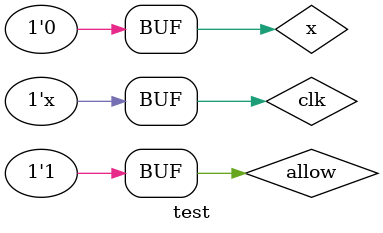
<source format=v>
`timescale 1ns / 1ps

module test;
	reg x;
	reg allow;
	reg clk;
	wire z;

	main uut (
		.x(x),
		.allow(allow),
		.clk(clk),
		.z(z)
	);

	initial begin
		//beallitjuk a kezdeti ertekeket
		x = 0;
		allow = 0;
		clk = 0;

		// 95 ns utan raadjuk az engedelyezo jelet, a bemeneten meg tartjuk a 0 jelet
		#95;
		allow = 1;
		x <= 0;

		// 20ns utan a bemenetre 1-et adunk
		#20
		x <= 1;

		// ezt egy orajel hosszusagig tartjuk, majd DC allapotba allitjuk
		#10
		x <= 1'bx;
		
		// 4 orajel mulva 1-re allitjuk a bemenetet, igy a rendszerunk tartani fogja az utolso allapotat
		#40
		x <= 1;

		// 3 orajel utan 0-ra allitjuk a bemenetet
		#30
		x <= 0;
		
		// 3 orajellel kesobb ismet 1-re allitjuk a bemenetet, a halozat ujra valaszol
		#30
		x <= 1;

		// megtortent a beallitas, DC allapotra allitjuk a bementunket
		#10
		x <= 1'bx;
		
		// 4 orajellel kesobb 0-ra allitjuk a bemenetet, most nem kell tartania az utolso allapotot
		#40
		x <= 0;
	end

	// 5ns-onkent invertaljuk az orajelet, igy lesz a periodusido 10ns
	always #5
	clk <= ~clk;

endmodule

</source>
